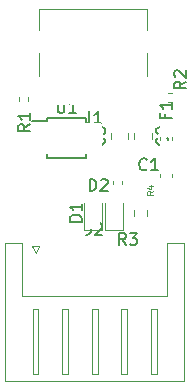
<source format=gto>
G04 #@! TF.GenerationSoftware,KiCad,Pcbnew,(5.1.12)-1*
G04 #@! TF.CreationDate,2022-09-04T19:37:19+09:00*
G04 #@! TF.ProjectId,AT,41542e6b-6963-4616-945f-706362585858,rev?*
G04 #@! TF.SameCoordinates,PX791ddc0PY4323800*
G04 #@! TF.FileFunction,Legend,Top*
G04 #@! TF.FilePolarity,Positive*
%FSLAX46Y46*%
G04 Gerber Fmt 4.6, Leading zero omitted, Abs format (unit mm)*
G04 Created by KiCad (PCBNEW (5.1.12)-1) date 2022-09-04 19:37:19*
%MOMM*%
%LPD*%
G01*
G04 APERTURE LIST*
%ADD10C,0.150000*%
%ADD11C,0.120000*%
%ADD12C,0.125000*%
%ADD13O,1.900000X2.150000*%
%ADD14C,0.850000*%
%ADD15O,1.200000X1.800000*%
%ADD16O,1.200000X2.300000*%
G04 APERTURE END LIST*
D10*
G04 #@! TO.C,U1*
X3475000Y-8545000D02*
X3475000Y-8770000D01*
X6825000Y-8545000D02*
X6825000Y-8845000D01*
X6825000Y-11895000D02*
X6825000Y-11595000D01*
X3475000Y-11895000D02*
X3475000Y-11595000D01*
X3475000Y-8545000D02*
X6825000Y-8545000D01*
X3475000Y-11895000D02*
X6825000Y-11895000D01*
X3475000Y-8770000D02*
X2250000Y-8770000D01*
D11*
G04 #@! TO.C,R4*
X9830000Y-13816359D02*
X9830000Y-14123641D01*
X9070000Y-13816359D02*
X9070000Y-14123641D01*
G04 #@! TO.C,R3*
X10867500Y-16777258D02*
X10867500Y-16302742D01*
X11912500Y-16777258D02*
X11912500Y-16302742D01*
G04 #@! TO.C,R2*
X13756359Y-6410000D02*
X14063641Y-6410000D01*
X13756359Y-7170000D02*
X14063641Y-7170000D01*
G04 #@! TO.C,R1*
X1910000Y-6756359D02*
X1910000Y-7063641D01*
X1150000Y-6756359D02*
X1150000Y-7063641D01*
G04 #@! TO.C,J2*
X7510000Y-30770000D02*
X-50000Y-30770000D01*
X-50000Y-30770000D02*
X-50000Y-19050000D01*
X-50000Y-19050000D02*
X1370000Y-19050000D01*
X1370000Y-19050000D02*
X1370000Y-23550000D01*
X1370000Y-23550000D02*
X7510000Y-23550000D01*
X7510000Y-30770000D02*
X15070000Y-30770000D01*
X15070000Y-30770000D02*
X15070000Y-19050000D01*
X15070000Y-19050000D02*
X13650000Y-19050000D01*
X13650000Y-19050000D02*
X13650000Y-23550000D01*
X13650000Y-23550000D02*
X7510000Y-23550000D01*
X2260000Y-24660000D02*
X2260000Y-30160000D01*
X2260000Y-30160000D02*
X2760000Y-30160000D01*
X2760000Y-30160000D02*
X2760000Y-24660000D01*
X2760000Y-24660000D02*
X2260000Y-24660000D01*
X4760000Y-24660000D02*
X4760000Y-30160000D01*
X4760000Y-30160000D02*
X5260000Y-30160000D01*
X5260000Y-30160000D02*
X5260000Y-24660000D01*
X5260000Y-24660000D02*
X4760000Y-24660000D01*
X7260000Y-24660000D02*
X7260000Y-30160000D01*
X7260000Y-30160000D02*
X7760000Y-30160000D01*
X7760000Y-30160000D02*
X7760000Y-24660000D01*
X7760000Y-24660000D02*
X7260000Y-24660000D01*
X9760000Y-24660000D02*
X9760000Y-30160000D01*
X9760000Y-30160000D02*
X10260000Y-30160000D01*
X10260000Y-30160000D02*
X10260000Y-24660000D01*
X10260000Y-24660000D02*
X9760000Y-24660000D01*
X12260000Y-24660000D02*
X12260000Y-30160000D01*
X12260000Y-30160000D02*
X12760000Y-30160000D01*
X12760000Y-30160000D02*
X12760000Y-24660000D01*
X12760000Y-24660000D02*
X12260000Y-24660000D01*
X2510000Y-19960000D02*
X2210000Y-19360000D01*
X2210000Y-19360000D02*
X2810000Y-19360000D01*
X2810000Y-19360000D02*
X2510000Y-19960000D01*
G04 #@! TO.C,J1*
X11980000Y-4950000D02*
X11980000Y-3030000D01*
X2820000Y-3030000D02*
X2820000Y-4950000D01*
X2820000Y-1020000D02*
X2820000Y685000D01*
X11980000Y685000D02*
X11980000Y-1020000D01*
X2820000Y685000D02*
X11980000Y685000D01*
G04 #@! TO.C,F1*
X13080000Y-10402779D02*
X13080000Y-10077221D01*
X14100000Y-10402779D02*
X14100000Y-10077221D01*
G04 #@! TO.C,D2*
X8435000Y-15722500D02*
X8435000Y-18007500D01*
X8435000Y-18007500D02*
X9905000Y-18007500D01*
X9905000Y-18007500D02*
X9905000Y-15722500D01*
G04 #@! TO.C,D1*
X6655000Y-15742500D02*
X6655000Y-18027500D01*
X6655000Y-18027500D02*
X8125000Y-18027500D01*
X8125000Y-18027500D02*
X8125000Y-15742500D01*
G04 #@! TO.C,C3*
X8865000Y-10311252D02*
X8865000Y-9788748D01*
X10335000Y-10311252D02*
X10335000Y-9788748D01*
G04 #@! TO.C,C2*
X12355000Y-9788748D02*
X12355000Y-10311252D01*
X10885000Y-9788748D02*
X10885000Y-10311252D01*
G04 #@! TO.C,C1*
X14090000Y-13259420D02*
X14090000Y-13540580D01*
X13070000Y-13259420D02*
X13070000Y-13540580D01*
G04 #@! TO.C,U1*
D10*
X4388095Y-7072380D02*
X4388095Y-7881904D01*
X4435714Y-7977142D01*
X4483333Y-8024761D01*
X4578571Y-8072380D01*
X4769047Y-8072380D01*
X4864285Y-8024761D01*
X4911904Y-7977142D01*
X4959523Y-7881904D01*
X4959523Y-7072380D01*
X5959523Y-8072380D02*
X5388095Y-8072380D01*
X5673809Y-8072380D02*
X5673809Y-7072380D01*
X5578571Y-7215238D01*
X5483333Y-7310476D01*
X5388095Y-7358095D01*
G04 #@! TO.C,R4*
D12*
X12466190Y-14703333D02*
X12228095Y-14870000D01*
X12466190Y-14989047D02*
X11966190Y-14989047D01*
X11966190Y-14798571D01*
X11990000Y-14750952D01*
X12013809Y-14727142D01*
X12061428Y-14703333D01*
X12132857Y-14703333D01*
X12180476Y-14727142D01*
X12204285Y-14750952D01*
X12228095Y-14798571D01*
X12228095Y-14989047D01*
X12132857Y-14274761D02*
X12466190Y-14274761D01*
X11942380Y-14393809D02*
X12299523Y-14512857D01*
X12299523Y-14203333D01*
G04 #@! TO.C,R3*
D10*
X10153333Y-19262380D02*
X9820000Y-18786190D01*
X9581904Y-19262380D02*
X9581904Y-18262380D01*
X9962857Y-18262380D01*
X10058095Y-18310000D01*
X10105714Y-18357619D01*
X10153333Y-18452857D01*
X10153333Y-18595714D01*
X10105714Y-18690952D01*
X10058095Y-18738571D01*
X9962857Y-18786190D01*
X9581904Y-18786190D01*
X10486666Y-18262380D02*
X11105714Y-18262380D01*
X10772380Y-18643333D01*
X10915238Y-18643333D01*
X11010476Y-18690952D01*
X11058095Y-18738571D01*
X11105714Y-18833809D01*
X11105714Y-19071904D01*
X11058095Y-19167142D01*
X11010476Y-19214761D01*
X10915238Y-19262380D01*
X10629523Y-19262380D01*
X10534285Y-19214761D01*
X10486666Y-19167142D01*
G04 #@! TO.C,R2*
X15232380Y-5416666D02*
X14756190Y-5750000D01*
X15232380Y-5988095D02*
X14232380Y-5988095D01*
X14232380Y-5607142D01*
X14280000Y-5511904D01*
X14327619Y-5464285D01*
X14422857Y-5416666D01*
X14565714Y-5416666D01*
X14660952Y-5464285D01*
X14708571Y-5511904D01*
X14756190Y-5607142D01*
X14756190Y-5988095D01*
X14327619Y-5035714D02*
X14280000Y-4988095D01*
X14232380Y-4892857D01*
X14232380Y-4654761D01*
X14280000Y-4559523D01*
X14327619Y-4511904D01*
X14422857Y-4464285D01*
X14518095Y-4464285D01*
X14660952Y-4511904D01*
X15232380Y-5083333D01*
X15232380Y-4464285D01*
G04 #@! TO.C,R1*
X2052380Y-9026666D02*
X1576190Y-9360000D01*
X2052380Y-9598095D02*
X1052380Y-9598095D01*
X1052380Y-9217142D01*
X1100000Y-9121904D01*
X1147619Y-9074285D01*
X1242857Y-9026666D01*
X1385714Y-9026666D01*
X1480952Y-9074285D01*
X1528571Y-9121904D01*
X1576190Y-9217142D01*
X1576190Y-9598095D01*
X2052380Y-8074285D02*
X2052380Y-8645714D01*
X2052380Y-8360000D02*
X1052380Y-8360000D01*
X1195238Y-8455238D01*
X1290476Y-8550476D01*
X1338095Y-8645714D01*
G04 #@! TO.C,J2*
X7176666Y-17412380D02*
X7176666Y-18126666D01*
X7129047Y-18269523D01*
X7033809Y-18364761D01*
X6890952Y-18412380D01*
X6795714Y-18412380D01*
X7605238Y-17507619D02*
X7652857Y-17460000D01*
X7748095Y-17412380D01*
X7986190Y-17412380D01*
X8081428Y-17460000D01*
X8129047Y-17507619D01*
X8176666Y-17602857D01*
X8176666Y-17698095D01*
X8129047Y-17840952D01*
X7557619Y-18412380D01*
X8176666Y-18412380D01*
G04 #@! TO.C,J1*
X7066666Y-7952380D02*
X7066666Y-8666666D01*
X7019047Y-8809523D01*
X6923809Y-8904761D01*
X6780952Y-8952380D01*
X6685714Y-8952380D01*
X8066666Y-8952380D02*
X7495238Y-8952380D01*
X7780952Y-8952380D02*
X7780952Y-7952380D01*
X7685714Y-8095238D01*
X7590476Y-8190476D01*
X7495238Y-8238095D01*
G04 #@! TO.C,F1*
X13508571Y-8193333D02*
X13508571Y-8526666D01*
X14032380Y-8526666D02*
X13032380Y-8526666D01*
X13032380Y-8050476D01*
X14032380Y-7145714D02*
X14032380Y-7717142D01*
X14032380Y-7431428D02*
X13032380Y-7431428D01*
X13175238Y-7526666D01*
X13270476Y-7621904D01*
X13318095Y-7717142D01*
G04 #@! TO.C,D2*
X7091904Y-14684880D02*
X7091904Y-13684880D01*
X7330000Y-13684880D01*
X7472857Y-13732500D01*
X7568095Y-13827738D01*
X7615714Y-13922976D01*
X7663333Y-14113452D01*
X7663333Y-14256309D01*
X7615714Y-14446785D01*
X7568095Y-14542023D01*
X7472857Y-14637261D01*
X7330000Y-14684880D01*
X7091904Y-14684880D01*
X8044285Y-13780119D02*
X8091904Y-13732500D01*
X8187142Y-13684880D01*
X8425238Y-13684880D01*
X8520476Y-13732500D01*
X8568095Y-13780119D01*
X8615714Y-13875357D01*
X8615714Y-13970595D01*
X8568095Y-14113452D01*
X7996666Y-14684880D01*
X8615714Y-14684880D01*
G04 #@! TO.C,D1*
X6412380Y-17280595D02*
X5412380Y-17280595D01*
X5412380Y-17042500D01*
X5460000Y-16899642D01*
X5555238Y-16804404D01*
X5650476Y-16756785D01*
X5840952Y-16709166D01*
X5983809Y-16709166D01*
X6174285Y-16756785D01*
X6269523Y-16804404D01*
X6364761Y-16899642D01*
X6412380Y-17042500D01*
X6412380Y-17280595D01*
X6412380Y-15756785D02*
X6412380Y-16328214D01*
X6412380Y-16042500D02*
X5412380Y-16042500D01*
X5555238Y-16137738D01*
X5650476Y-16232976D01*
X5698095Y-16328214D01*
G04 #@! TO.C,C3*
X8277142Y-10216666D02*
X8324761Y-10264285D01*
X8372380Y-10407142D01*
X8372380Y-10502380D01*
X8324761Y-10645238D01*
X8229523Y-10740476D01*
X8134285Y-10788095D01*
X7943809Y-10835714D01*
X7800952Y-10835714D01*
X7610476Y-10788095D01*
X7515238Y-10740476D01*
X7420000Y-10645238D01*
X7372380Y-10502380D01*
X7372380Y-10407142D01*
X7420000Y-10264285D01*
X7467619Y-10216666D01*
X7372380Y-9883333D02*
X7372380Y-9264285D01*
X7753333Y-9597619D01*
X7753333Y-9454761D01*
X7800952Y-9359523D01*
X7848571Y-9311904D01*
X7943809Y-9264285D01*
X8181904Y-9264285D01*
X8277142Y-9311904D01*
X8324761Y-9359523D01*
X8372380Y-9454761D01*
X8372380Y-9740476D01*
X8324761Y-9835714D01*
X8277142Y-9883333D01*
G04 #@! TO.C,C2*
X13657142Y-10216666D02*
X13704761Y-10264285D01*
X13752380Y-10407142D01*
X13752380Y-10502380D01*
X13704761Y-10645238D01*
X13609523Y-10740476D01*
X13514285Y-10788095D01*
X13323809Y-10835714D01*
X13180952Y-10835714D01*
X12990476Y-10788095D01*
X12895238Y-10740476D01*
X12800000Y-10645238D01*
X12752380Y-10502380D01*
X12752380Y-10407142D01*
X12800000Y-10264285D01*
X12847619Y-10216666D01*
X12847619Y-9835714D02*
X12800000Y-9788095D01*
X12752380Y-9692857D01*
X12752380Y-9454761D01*
X12800000Y-9359523D01*
X12847619Y-9311904D01*
X12942857Y-9264285D01*
X13038095Y-9264285D01*
X13180952Y-9311904D01*
X13752380Y-9883333D01*
X13752380Y-9264285D01*
G04 #@! TO.C,C1*
X11923333Y-12837142D02*
X11875714Y-12884761D01*
X11732857Y-12932380D01*
X11637619Y-12932380D01*
X11494761Y-12884761D01*
X11399523Y-12789523D01*
X11351904Y-12694285D01*
X11304285Y-12503809D01*
X11304285Y-12360952D01*
X11351904Y-12170476D01*
X11399523Y-12075238D01*
X11494761Y-11980000D01*
X11637619Y-11932380D01*
X11732857Y-11932380D01*
X11875714Y-11980000D01*
X11923333Y-12027619D01*
X12875714Y-12932380D02*
X12304285Y-12932380D01*
X12590000Y-12932380D02*
X12590000Y-11932380D01*
X12494761Y-12075238D01*
X12399523Y-12170476D01*
X12304285Y-12218095D01*
G04 #@! TD*
%LPC*%
G04 #@! TO.C,U1*
G36*
G01*
X6550000Y-9370000D02*
X6550000Y-9070000D01*
G75*
G02*
X6650000Y-8970000I100000J0D01*
G01*
X8050000Y-8970000D01*
G75*
G02*
X8150000Y-9070000I0J-100000D01*
G01*
X8150000Y-9370000D01*
G75*
G02*
X8050000Y-9470000I-100000J0D01*
G01*
X6650000Y-9470000D01*
G75*
G02*
X6550000Y-9370000I0J100000D01*
G01*
G37*
G36*
G01*
X6550000Y-9870000D02*
X6550000Y-9570000D01*
G75*
G02*
X6650000Y-9470000I100000J0D01*
G01*
X8050000Y-9470000D01*
G75*
G02*
X8150000Y-9570000I0J-100000D01*
G01*
X8150000Y-9870000D01*
G75*
G02*
X8050000Y-9970000I-100000J0D01*
G01*
X6650000Y-9970000D01*
G75*
G02*
X6550000Y-9870000I0J100000D01*
G01*
G37*
G36*
G01*
X6550000Y-10370000D02*
X6550000Y-10070000D01*
G75*
G02*
X6650000Y-9970000I100000J0D01*
G01*
X8050000Y-9970000D01*
G75*
G02*
X8150000Y-10070000I0J-100000D01*
G01*
X8150000Y-10370000D01*
G75*
G02*
X8050000Y-10470000I-100000J0D01*
G01*
X6650000Y-10470000D01*
G75*
G02*
X6550000Y-10370000I0J100000D01*
G01*
G37*
G36*
G01*
X6550000Y-10870000D02*
X6550000Y-10570000D01*
G75*
G02*
X6650000Y-10470000I100000J0D01*
G01*
X8050000Y-10470000D01*
G75*
G02*
X8150000Y-10570000I0J-100000D01*
G01*
X8150000Y-10870000D01*
G75*
G02*
X8050000Y-10970000I-100000J0D01*
G01*
X6650000Y-10970000D01*
G75*
G02*
X6550000Y-10870000I0J100000D01*
G01*
G37*
G36*
G01*
X6550000Y-11370000D02*
X6550000Y-11070000D01*
G75*
G02*
X6650000Y-10970000I100000J0D01*
G01*
X8050000Y-10970000D01*
G75*
G02*
X8150000Y-11070000I0J-100000D01*
G01*
X8150000Y-11370000D01*
G75*
G02*
X8050000Y-11470000I-100000J0D01*
G01*
X6650000Y-11470000D01*
G75*
G02*
X6550000Y-11370000I0J100000D01*
G01*
G37*
G36*
G01*
X2150000Y-11370000D02*
X2150000Y-11070000D01*
G75*
G02*
X2250000Y-10970000I100000J0D01*
G01*
X3650000Y-10970000D01*
G75*
G02*
X3750000Y-11070000I0J-100000D01*
G01*
X3750000Y-11370000D01*
G75*
G02*
X3650000Y-11470000I-100000J0D01*
G01*
X2250000Y-11470000D01*
G75*
G02*
X2150000Y-11370000I0J100000D01*
G01*
G37*
G36*
G01*
X2150000Y-10870000D02*
X2150000Y-10570000D01*
G75*
G02*
X2250000Y-10470000I100000J0D01*
G01*
X3650000Y-10470000D01*
G75*
G02*
X3750000Y-10570000I0J-100000D01*
G01*
X3750000Y-10870000D01*
G75*
G02*
X3650000Y-10970000I-100000J0D01*
G01*
X2250000Y-10970000D01*
G75*
G02*
X2150000Y-10870000I0J100000D01*
G01*
G37*
G36*
G01*
X2150000Y-10370000D02*
X2150000Y-10070000D01*
G75*
G02*
X2250000Y-9970000I100000J0D01*
G01*
X3650000Y-9970000D01*
G75*
G02*
X3750000Y-10070000I0J-100000D01*
G01*
X3750000Y-10370000D01*
G75*
G02*
X3650000Y-10470000I-100000J0D01*
G01*
X2250000Y-10470000D01*
G75*
G02*
X2150000Y-10370000I0J100000D01*
G01*
G37*
G36*
G01*
X2150000Y-9870000D02*
X2150000Y-9570000D01*
G75*
G02*
X2250000Y-9470000I100000J0D01*
G01*
X3650000Y-9470000D01*
G75*
G02*
X3750000Y-9570000I0J-100000D01*
G01*
X3750000Y-9870000D01*
G75*
G02*
X3650000Y-9970000I-100000J0D01*
G01*
X2250000Y-9970000D01*
G75*
G02*
X2150000Y-9870000I0J100000D01*
G01*
G37*
G36*
G01*
X2150000Y-9370000D02*
X2150000Y-9070000D01*
G75*
G02*
X2250000Y-8970000I100000J0D01*
G01*
X3650000Y-8970000D01*
G75*
G02*
X3750000Y-9070000I0J-100000D01*
G01*
X3750000Y-9370000D01*
G75*
G02*
X3650000Y-9470000I-100000J0D01*
G01*
X2250000Y-9470000D01*
G75*
G02*
X2150000Y-9370000I0J100000D01*
G01*
G37*
G04 #@! TD*
G04 #@! TO.C,R4*
G36*
G01*
X9215000Y-14110000D02*
X9685000Y-14110000D01*
G75*
G02*
X9870000Y-14295000I0J-185000D01*
G01*
X9870000Y-14665000D01*
G75*
G02*
X9685000Y-14850000I-185000J0D01*
G01*
X9215000Y-14850000D01*
G75*
G02*
X9030000Y-14665000I0J185000D01*
G01*
X9030000Y-14295000D01*
G75*
G02*
X9215000Y-14110000I185000J0D01*
G01*
G37*
G36*
G01*
X9215000Y-13090000D02*
X9685000Y-13090000D01*
G75*
G02*
X9870000Y-13275000I0J-185000D01*
G01*
X9870000Y-13645000D01*
G75*
G02*
X9685000Y-13830000I-185000J0D01*
G01*
X9215000Y-13830000D01*
G75*
G02*
X9030000Y-13645000I0J185000D01*
G01*
X9030000Y-13275000D01*
G75*
G02*
X9215000Y-13090000I185000J0D01*
G01*
G37*
G04 #@! TD*
G04 #@! TO.C,R3*
G36*
G01*
X11715000Y-16215000D02*
X11065000Y-16215000D01*
G75*
G02*
X10815000Y-15965000I0J250000D01*
G01*
X10815000Y-15465000D01*
G75*
G02*
X11065000Y-15215000I250000J0D01*
G01*
X11715000Y-15215000D01*
G75*
G02*
X11965000Y-15465000I0J-250000D01*
G01*
X11965000Y-15965000D01*
G75*
G02*
X11715000Y-16215000I-250000J0D01*
G01*
G37*
G36*
G01*
X11715000Y-17865000D02*
X11065000Y-17865000D01*
G75*
G02*
X10815000Y-17615000I0J250000D01*
G01*
X10815000Y-17115000D01*
G75*
G02*
X11065000Y-16865000I250000J0D01*
G01*
X11715000Y-16865000D01*
G75*
G02*
X11965000Y-17115000I0J-250000D01*
G01*
X11965000Y-17615000D01*
G75*
G02*
X11715000Y-17865000I-250000J0D01*
G01*
G37*
G04 #@! TD*
G04 #@! TO.C,R2*
G36*
G01*
X14050000Y-7025000D02*
X14050000Y-6555000D01*
G75*
G02*
X14235000Y-6370000I185000J0D01*
G01*
X14605000Y-6370000D01*
G75*
G02*
X14790000Y-6555000I0J-185000D01*
G01*
X14790000Y-7025000D01*
G75*
G02*
X14605000Y-7210000I-185000J0D01*
G01*
X14235000Y-7210000D01*
G75*
G02*
X14050000Y-7025000I0J185000D01*
G01*
G37*
G36*
G01*
X13030000Y-7025000D02*
X13030000Y-6555000D01*
G75*
G02*
X13215000Y-6370000I185000J0D01*
G01*
X13585000Y-6370000D01*
G75*
G02*
X13770000Y-6555000I0J-185000D01*
G01*
X13770000Y-7025000D01*
G75*
G02*
X13585000Y-7210000I-185000J0D01*
G01*
X13215000Y-7210000D01*
G75*
G02*
X13030000Y-7025000I0J185000D01*
G01*
G37*
G04 #@! TD*
G04 #@! TO.C,R1*
G36*
G01*
X1295000Y-7050000D02*
X1765000Y-7050000D01*
G75*
G02*
X1950000Y-7235000I0J-185000D01*
G01*
X1950000Y-7605000D01*
G75*
G02*
X1765000Y-7790000I-185000J0D01*
G01*
X1295000Y-7790000D01*
G75*
G02*
X1110000Y-7605000I0J185000D01*
G01*
X1110000Y-7235000D01*
G75*
G02*
X1295000Y-7050000I185000J0D01*
G01*
G37*
G36*
G01*
X1295000Y-6030000D02*
X1765000Y-6030000D01*
G75*
G02*
X1950000Y-6215000I0J-185000D01*
G01*
X1950000Y-6585000D01*
G75*
G02*
X1765000Y-6770000I-185000J0D01*
G01*
X1295000Y-6770000D01*
G75*
G02*
X1110000Y-6585000I0J185000D01*
G01*
X1110000Y-6215000D01*
G75*
G02*
X1295000Y-6030000I185000J0D01*
G01*
G37*
G04 #@! TD*
D13*
G04 #@! TO.C,J2*
X12510000Y-21460000D03*
X10010000Y-21460000D03*
X7510000Y-21460000D03*
X5010000Y-21460000D03*
G36*
G01*
X1560000Y-22255589D02*
X1560000Y-20664411D01*
G75*
G02*
X1839411Y-20385000I279411J0D01*
G01*
X3180589Y-20385000D01*
G75*
G02*
X3460000Y-20664411I0J-279411D01*
G01*
X3460000Y-22255589D01*
G75*
G02*
X3180589Y-22535000I-279411J0D01*
G01*
X1839411Y-22535000D01*
G75*
G02*
X1560000Y-22255589I0J279411D01*
G01*
G37*
G04 #@! TD*
G04 #@! TO.C,J1*
G36*
G01*
X4300000Y-6195000D02*
X4300000Y-7345000D01*
G75*
G02*
X4200000Y-7445000I-100000J0D01*
G01*
X3900000Y-7445000D01*
G75*
G02*
X3800000Y-7345000I0J100000D01*
G01*
X3800000Y-6195000D01*
G75*
G02*
X3900000Y-6095000I100000J0D01*
G01*
X4200000Y-6095000D01*
G75*
G02*
X4300000Y-6195000I0J-100000D01*
G01*
G37*
G36*
G01*
X5100000Y-6195000D02*
X5100000Y-7345000D01*
G75*
G02*
X5000000Y-7445000I-100000J0D01*
G01*
X4700000Y-7445000D01*
G75*
G02*
X4600000Y-7345000I0J100000D01*
G01*
X4600000Y-6195000D01*
G75*
G02*
X4700000Y-6095000I100000J0D01*
G01*
X5000000Y-6095000D01*
G75*
G02*
X5100000Y-6195000I0J-100000D01*
G01*
G37*
G36*
G01*
X9900000Y-6195000D02*
X9900000Y-7345000D01*
G75*
G02*
X9800000Y-7445000I-100000J0D01*
G01*
X9500000Y-7445000D01*
G75*
G02*
X9400000Y-7345000I0J100000D01*
G01*
X9400000Y-6195000D01*
G75*
G02*
X9500000Y-6095000I100000J0D01*
G01*
X9800000Y-6095000D01*
G75*
G02*
X9900000Y-6195000I0J-100000D01*
G01*
G37*
G36*
G01*
X10700000Y-6195000D02*
X10700000Y-7345000D01*
G75*
G02*
X10600000Y-7445000I-100000J0D01*
G01*
X10300000Y-7445000D01*
G75*
G02*
X10200000Y-7345000I0J100000D01*
G01*
X10200000Y-6195000D01*
G75*
G02*
X10300000Y-6095000I100000J0D01*
G01*
X10600000Y-6095000D01*
G75*
G02*
X10700000Y-6195000I0J-100000D01*
G01*
G37*
G36*
G01*
X11000000Y-6195000D02*
X11000000Y-7345000D01*
G75*
G02*
X10900000Y-7445000I-100000J0D01*
G01*
X10600000Y-7445000D01*
G75*
G02*
X10500000Y-7345000I0J100000D01*
G01*
X10500000Y-6195000D01*
G75*
G02*
X10600000Y-6095000I100000J0D01*
G01*
X10900000Y-6095000D01*
G75*
G02*
X11000000Y-6195000I0J-100000D01*
G01*
G37*
G36*
G01*
X10200000Y-6195000D02*
X10200000Y-7345000D01*
G75*
G02*
X10100000Y-7445000I-100000J0D01*
G01*
X9800000Y-7445000D01*
G75*
G02*
X9700000Y-7345000I0J100000D01*
G01*
X9700000Y-6195000D01*
G75*
G02*
X9800000Y-6095000I100000J0D01*
G01*
X10100000Y-6095000D01*
G75*
G02*
X10200000Y-6195000I0J-100000D01*
G01*
G37*
G36*
G01*
X9400000Y-6195000D02*
X9400000Y-7345000D01*
G75*
G02*
X9300000Y-7445000I-100000J0D01*
G01*
X9000000Y-7445000D01*
G75*
G02*
X8900000Y-7345000I0J100000D01*
G01*
X8900000Y-6195000D01*
G75*
G02*
X9000000Y-6095000I100000J0D01*
G01*
X9300000Y-6095000D01*
G75*
G02*
X9400000Y-6195000I0J-100000D01*
G01*
G37*
G36*
G01*
X8900000Y-6195000D02*
X8900000Y-7345000D01*
G75*
G02*
X8800000Y-7445000I-100000J0D01*
G01*
X8500000Y-7445000D01*
G75*
G02*
X8400000Y-7345000I0J100000D01*
G01*
X8400000Y-6195000D01*
G75*
G02*
X8500000Y-6095000I100000J0D01*
G01*
X8800000Y-6095000D01*
G75*
G02*
X8900000Y-6195000I0J-100000D01*
G01*
G37*
G36*
G01*
X8400000Y-6195000D02*
X8400000Y-7345000D01*
G75*
G02*
X8300000Y-7445000I-100000J0D01*
G01*
X8000000Y-7445000D01*
G75*
G02*
X7900000Y-7345000I0J100000D01*
G01*
X7900000Y-6195000D01*
G75*
G02*
X8000000Y-6095000I100000J0D01*
G01*
X8300000Y-6095000D01*
G75*
G02*
X8400000Y-6195000I0J-100000D01*
G01*
G37*
G36*
G01*
X7900000Y-6195000D02*
X7900000Y-7345000D01*
G75*
G02*
X7800000Y-7445000I-100000J0D01*
G01*
X7500000Y-7445000D01*
G75*
G02*
X7400000Y-7345000I0J100000D01*
G01*
X7400000Y-6195000D01*
G75*
G02*
X7500000Y-6095000I100000J0D01*
G01*
X7800000Y-6095000D01*
G75*
G02*
X7900000Y-6195000I0J-100000D01*
G01*
G37*
G36*
G01*
X7400000Y-6195000D02*
X7400000Y-7345000D01*
G75*
G02*
X7300000Y-7445000I-100000J0D01*
G01*
X7000000Y-7445000D01*
G75*
G02*
X6900000Y-7345000I0J100000D01*
G01*
X6900000Y-6195000D01*
G75*
G02*
X7000000Y-6095000I100000J0D01*
G01*
X7300000Y-6095000D01*
G75*
G02*
X7400000Y-6195000I0J-100000D01*
G01*
G37*
G36*
G01*
X6900000Y-6195000D02*
X6900000Y-7345000D01*
G75*
G02*
X6800000Y-7445000I-100000J0D01*
G01*
X6500000Y-7445000D01*
G75*
G02*
X6400000Y-7345000I0J100000D01*
G01*
X6400000Y-6195000D01*
G75*
G02*
X6500000Y-6095000I100000J0D01*
G01*
X6800000Y-6095000D01*
G75*
G02*
X6900000Y-6195000I0J-100000D01*
G01*
G37*
G36*
G01*
X6400000Y-6195000D02*
X6400000Y-7345000D01*
G75*
G02*
X6300000Y-7445000I-100000J0D01*
G01*
X6000000Y-7445000D01*
G75*
G02*
X5900000Y-7345000I0J100000D01*
G01*
X5900000Y-6195000D01*
G75*
G02*
X6000000Y-6095000I100000J0D01*
G01*
X6300000Y-6095000D01*
G75*
G02*
X6400000Y-6195000I0J-100000D01*
G01*
G37*
G36*
G01*
X5900000Y-6195000D02*
X5900000Y-7345000D01*
G75*
G02*
X5800000Y-7445000I-100000J0D01*
G01*
X5500000Y-7445000D01*
G75*
G02*
X5400000Y-7345000I0J100000D01*
G01*
X5400000Y-6195000D01*
G75*
G02*
X5500000Y-6095000I100000J0D01*
G01*
X5800000Y-6095000D01*
G75*
G02*
X5900000Y-6195000I0J-100000D01*
G01*
G37*
G36*
G01*
X5400000Y-6195000D02*
X5400000Y-7345000D01*
G75*
G02*
X5300000Y-7445000I-100000J0D01*
G01*
X5000000Y-7445000D01*
G75*
G02*
X4900000Y-7345000I0J100000D01*
G01*
X4900000Y-6195000D01*
G75*
G02*
X5000000Y-6095000I100000J0D01*
G01*
X5300000Y-6095000D01*
G75*
G02*
X5400000Y-6195000I0J-100000D01*
G01*
G37*
G36*
G01*
X4600000Y-6195000D02*
X4600000Y-7345000D01*
G75*
G02*
X4500000Y-7445000I-100000J0D01*
G01*
X4200000Y-7445000D01*
G75*
G02*
X4100000Y-7345000I0J100000D01*
G01*
X4100000Y-6195000D01*
G75*
G02*
X4200000Y-6095000I100000J0D01*
G01*
X4500000Y-6095000D01*
G75*
G02*
X4600000Y-6195000I0J-100000D01*
G01*
G37*
D14*
X10290000Y-5705000D03*
X4510000Y-5705000D03*
D15*
X3080000Y-2025000D03*
X11720000Y-2025000D03*
D16*
X3080000Y-6205000D03*
X11720000Y-6205000D03*
G04 #@! TD*
G04 #@! TO.C,F1*
G36*
G01*
X13896250Y-9990000D02*
X13283750Y-9990000D01*
G75*
G02*
X13015000Y-9721250I0J268750D01*
G01*
X13015000Y-9183750D01*
G75*
G02*
X13283750Y-8915000I268750J0D01*
G01*
X13896250Y-8915000D01*
G75*
G02*
X14165000Y-9183750I0J-268750D01*
G01*
X14165000Y-9721250D01*
G75*
G02*
X13896250Y-9990000I-268750J0D01*
G01*
G37*
G36*
G01*
X13896250Y-11565000D02*
X13283750Y-11565000D01*
G75*
G02*
X13015000Y-11296250I0J268750D01*
G01*
X13015000Y-10758750D01*
G75*
G02*
X13283750Y-10490000I268750J0D01*
G01*
X13896250Y-10490000D01*
G75*
G02*
X14165000Y-10758750I0J-268750D01*
G01*
X14165000Y-11296250D01*
G75*
G02*
X13896250Y-11565000I-268750J0D01*
G01*
G37*
G04 #@! TD*
G04 #@! TO.C,D2*
G36*
G01*
X9476250Y-16272500D02*
X8863750Y-16272500D01*
G75*
G02*
X8595000Y-16003750I0J268750D01*
G01*
X8595000Y-15466250D01*
G75*
G02*
X8863750Y-15197500I268750J0D01*
G01*
X9476250Y-15197500D01*
G75*
G02*
X9745000Y-15466250I0J-268750D01*
G01*
X9745000Y-16003750D01*
G75*
G02*
X9476250Y-16272500I-268750J0D01*
G01*
G37*
G36*
G01*
X9476250Y-17847500D02*
X8863750Y-17847500D01*
G75*
G02*
X8595000Y-17578750I0J268750D01*
G01*
X8595000Y-17041250D01*
G75*
G02*
X8863750Y-16772500I268750J0D01*
G01*
X9476250Y-16772500D01*
G75*
G02*
X9745000Y-17041250I0J-268750D01*
G01*
X9745000Y-17578750D01*
G75*
G02*
X9476250Y-17847500I-268750J0D01*
G01*
G37*
G04 #@! TD*
G04 #@! TO.C,D1*
G36*
G01*
X7696250Y-16292500D02*
X7083750Y-16292500D01*
G75*
G02*
X6815000Y-16023750I0J268750D01*
G01*
X6815000Y-15486250D01*
G75*
G02*
X7083750Y-15217500I268750J0D01*
G01*
X7696250Y-15217500D01*
G75*
G02*
X7965000Y-15486250I0J-268750D01*
G01*
X7965000Y-16023750D01*
G75*
G02*
X7696250Y-16292500I-268750J0D01*
G01*
G37*
G36*
G01*
X7696250Y-17867500D02*
X7083750Y-17867500D01*
G75*
G02*
X6815000Y-17598750I0J268750D01*
G01*
X6815000Y-17061250D01*
G75*
G02*
X7083750Y-16792500I268750J0D01*
G01*
X7696250Y-16792500D01*
G75*
G02*
X7965000Y-17061250I0J-268750D01*
G01*
X7965000Y-17598750D01*
G75*
G02*
X7696250Y-17867500I-268750J0D01*
G01*
G37*
G04 #@! TD*
G04 #@! TO.C,C3*
G36*
G01*
X10125000Y-9700000D02*
X9075000Y-9700000D01*
G75*
G02*
X8775000Y-9400000I0J300000D01*
G01*
X8775000Y-8800000D01*
G75*
G02*
X9075000Y-8500000I300000J0D01*
G01*
X10125000Y-8500000D01*
G75*
G02*
X10425000Y-8800000I0J-300000D01*
G01*
X10425000Y-9400000D01*
G75*
G02*
X10125000Y-9700000I-300000J0D01*
G01*
G37*
G36*
G01*
X10125000Y-11600000D02*
X9075000Y-11600000D01*
G75*
G02*
X8775000Y-11300000I0J300000D01*
G01*
X8775000Y-10700000D01*
G75*
G02*
X9075000Y-10400000I300000J0D01*
G01*
X10125000Y-10400000D01*
G75*
G02*
X10425000Y-10700000I0J-300000D01*
G01*
X10425000Y-11300000D01*
G75*
G02*
X10125000Y-11600000I-300000J0D01*
G01*
G37*
G04 #@! TD*
G04 #@! TO.C,C2*
G36*
G01*
X11095000Y-10400000D02*
X12145000Y-10400000D01*
G75*
G02*
X12445000Y-10700000I0J-300000D01*
G01*
X12445000Y-11300000D01*
G75*
G02*
X12145000Y-11600000I-300000J0D01*
G01*
X11095000Y-11600000D01*
G75*
G02*
X10795000Y-11300000I0J300000D01*
G01*
X10795000Y-10700000D01*
G75*
G02*
X11095000Y-10400000I300000J0D01*
G01*
G37*
G36*
G01*
X11095000Y-8500000D02*
X12145000Y-8500000D01*
G75*
G02*
X12445000Y-8800000I0J-300000D01*
G01*
X12445000Y-9400000D01*
G75*
G02*
X12145000Y-9700000I-300000J0D01*
G01*
X11095000Y-9700000D01*
G75*
G02*
X10795000Y-9400000I0J300000D01*
G01*
X10795000Y-8800000D01*
G75*
G02*
X11095000Y-8500000I300000J0D01*
G01*
G37*
G04 #@! TD*
G04 #@! TO.C,C1*
G36*
G01*
X13280000Y-13625000D02*
X13880000Y-13625000D01*
G75*
G02*
X14155000Y-13900000I0J-275000D01*
G01*
X14155000Y-14450000D01*
G75*
G02*
X13880000Y-14725000I-275000J0D01*
G01*
X13280000Y-14725000D01*
G75*
G02*
X13005000Y-14450000I0J275000D01*
G01*
X13005000Y-13900000D01*
G75*
G02*
X13280000Y-13625000I275000J0D01*
G01*
G37*
G36*
G01*
X13280000Y-12075000D02*
X13880000Y-12075000D01*
G75*
G02*
X14155000Y-12350000I0J-275000D01*
G01*
X14155000Y-12900000D01*
G75*
G02*
X13880000Y-13175000I-275000J0D01*
G01*
X13280000Y-13175000D01*
G75*
G02*
X13005000Y-12900000I0J275000D01*
G01*
X13005000Y-12350000D01*
G75*
G02*
X13280000Y-12075000I275000J0D01*
G01*
G37*
G04 #@! TD*
M02*

</source>
